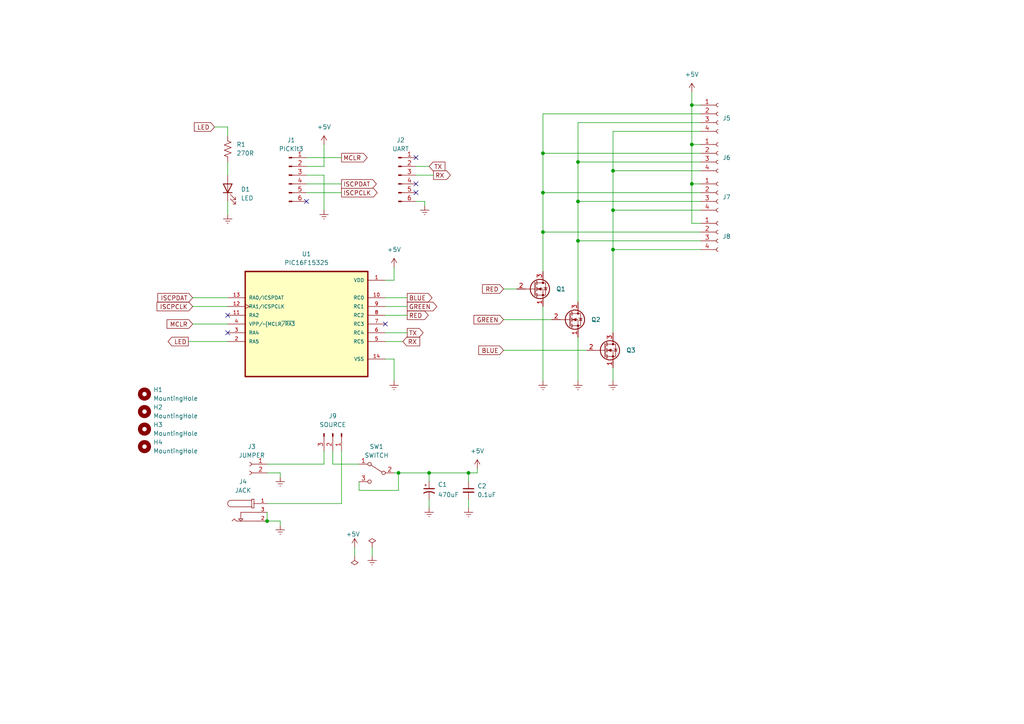
<source format=kicad_sch>
(kicad_sch (version 20211123) (generator eeschema)
  (paper "A4")
  (lib_symbols
    (symbol "Connector:Conn_01x02_Female" (pin_names (offset 1.016) hide)
      (property "Reference" "J" (at 0 2.54 0))
      (property "Value" "Conn_01x02_Female" (at 0 -5.08 0))
      (symbol "Conn_01x02_Female_1_1"
        (arc (start 0 -2.032) (mid -0.508 -2.54) (end 0 -3.048) (stroke (width 0.1524)))
        (polyline (pts (xy -1.27 -2.54) (xy -0.508 -2.54)) (stroke (width 0.1524)))
        (polyline (pts (xy -1.27 0) (xy -0.508 0)) (stroke (width 0.1524)))
        (arc (start 0 0.508) (mid -0.508 0) (end 0 -0.508) (stroke (width 0.1524)))
        (pin passive line (at -5.08 0 0) (length 3.81) (name "Pin_1") (number "1"))
        (pin passive line (at -5.08 -2.54 0) (length 3.81) (name "Pin_2") (number "2"))
      )
    )
    (symbol "Connector:Conn_01x03_Male" (pin_names (offset 1.016) hide)
      (property "Reference" "J" (at 0 5.08 0))
      (property "Value" "Conn_01x03_Male" (at 0 -5.08 0))
      (symbol "Conn_01x03_Male_1_1"
        (polyline (pts (xy 1.27 -2.54) (xy 0.8636 -2.54)) (stroke (width 0.1524)))
        (polyline (pts (xy 1.27 0) (xy 0.8636 0)) (stroke (width 0.1524)))
        (polyline (pts (xy 1.27 2.54) (xy 0.8636 2.54)) (stroke (width 0.1524)))
        (rectangle (start 0.8636 -2.413) (end 0 -2.667) (stroke (width 0.1524)) (fill (type outline)))
        (rectangle (start 0.8636 0.127) (end 0 -0.127) (stroke (width 0.1524)) (fill (type outline)))
        (rectangle (start 0.8636 2.667) (end 0 2.413) (stroke (width 0.1524)) (fill (type outline)))
        (pin passive line (at 5.08 2.54 180) (length 3.81) (name "Pin_1") (number "1"))
        (pin passive line (at 5.08 0 180) (length 3.81) (name "Pin_2") (number "2"))
        (pin passive line (at 5.08 -2.54 180) (length 3.81) (name "Pin_3") (number "3"))
      )
    )
    (symbol "Connector:Conn_01x04_Female" (pin_names (offset 1.016) hide)
      (property "Reference" "J" (at 0 5.08 0))
      (property "Value" "Conn_01x04_Female" (at 0 -7.62 0))
      (symbol "Conn_01x04_Female_1_1"
        (arc (start 0 -4.572) (mid -0.508 -5.08) (end 0 -5.588) (stroke (width 0.1524)))
        (arc (start 0 -2.032) (mid -0.508 -2.54) (end 0 -3.048) (stroke (width 0.1524)))
        (polyline (pts (xy -1.27 -5.08) (xy -0.508 -5.08)) (stroke (width 0.1524)))
        (polyline (pts (xy -1.27 -2.54) (xy -0.508 -2.54)) (stroke (width 0.1524)))
        (polyline (pts (xy -1.27 0) (xy -0.508 0)) (stroke (width 0.1524)))
        (polyline (pts (xy -1.27 2.54) (xy -0.508 2.54)) (stroke (width 0.1524)))
        (arc (start 0 0.508) (mid -0.508 0) (end 0 -0.508) (stroke (width 0.1524)))
        (arc (start 0 3.048) (mid -0.508 2.54) (end 0 2.032) (stroke (width 0.1524)))
        (pin passive line (at -5.08 2.54 0) (length 3.81) (name "Pin_1") (number "1"))
        (pin passive line (at -5.08 0 0) (length 3.81) (name "Pin_2") (number "2"))
        (pin passive line (at -5.08 -2.54 0) (length 3.81) (name "Pin_3") (number "3"))
        (pin passive line (at -5.08 -5.08 0) (length 3.81) (name "Pin_4") (number "4"))
      )
    )
    (symbol "Connector:Conn_01x06_Male" (pin_names (offset 1.016) hide)
      (property "Reference" "J" (at 0 7.62 0))
      (property "Value" "Conn_01x06_Male" (at 0 -10.16 0))
      (symbol "Conn_01x06_Male_1_1"
        (polyline (pts (xy 1.27 -7.62) (xy 0.8636 -7.62)) (stroke (width 0.1524)))
        (polyline (pts (xy 1.27 -5.08) (xy 0.8636 -5.08)) (stroke (width 0.1524)))
        (polyline (pts (xy 1.27 -2.54) (xy 0.8636 -2.54)) (stroke (width 0.1524)))
        (polyline (pts (xy 1.27 0) (xy 0.8636 0)) (stroke (width 0.1524)))
        (polyline (pts (xy 1.27 2.54) (xy 0.8636 2.54)) (stroke (width 0.1524)))
        (polyline (pts (xy 1.27 5.08) (xy 0.8636 5.08)) (stroke (width 0.1524)))
        (rectangle (start 0.8636 -7.493) (end 0 -7.747) (stroke (width 0.1524)) (fill (type outline)))
        (rectangle (start 0.8636 -4.953) (end 0 -5.207) (stroke (width 0.1524)) (fill (type outline)))
        (rectangle (start 0.8636 -2.413) (end 0 -2.667) (stroke (width 0.1524)) (fill (type outline)))
        (rectangle (start 0.8636 0.127) (end 0 -0.127) (stroke (width 0.1524)) (fill (type outline)))
        (rectangle (start 0.8636 2.667) (end 0 2.413) (stroke (width 0.1524)) (fill (type outline)))
        (rectangle (start 0.8636 5.207) (end 0 4.953) (stroke (width 0.1524)) (fill (type outline)))
        (pin passive line (at 5.08 5.08 180) (length 3.81) (name "Pin_1") (number "1"))
        (pin passive line (at 5.08 2.54 180) (length 3.81) (name "Pin_2") (number "2"))
        (pin passive line (at 5.08 0 180) (length 3.81) (name "Pin_3") (number "3"))
        (pin passive line (at 5.08 -2.54 180) (length 3.81) (name "Pin_4") (number "4"))
        (pin passive line (at 5.08 -5.08 180) (length 3.81) (name "Pin_5") (number "5"))
        (pin passive line (at 5.08 -7.62 180) (length 3.81) (name "Pin_6") (number "6"))
      )
    )
    (symbol "Device:C_Polarized_Small_US" (pin_numbers hide) (pin_names (offset 0.254) hide)
      (property "Reference" "C" (at 0.254 1.778 0))
      (property "Value" "C_Polarized_Small_US" (at 0.254 -2.032 0))
      (symbol "C_Polarized_Small_US_0_1"
        (polyline (pts (xy -1.524 0.508) (xy 1.524 0.508)) (stroke (width 0.3048)))
        (polyline (pts (xy -1.27 1.524) (xy -0.762 1.524)))
        (polyline (pts (xy -1.016 1.27) (xy -1.016 1.778)))
        (arc (start 1.524 -0.762) (mid 0 -0.3734) (end -1.524 -0.762) (stroke (width 0.3048)))
      )
      (symbol "C_Polarized_Small_US_1_1"
        (pin passive line (at 0 2.54 270) (length 2.032) (name "~") (number "1"))
        (pin passive line (at 0 -2.54 90) (length 2.032) (name "~") (number "2"))
      )
    )
    (symbol "Device:C_Small" (pin_numbers hide) (pin_names (offset 0.254) hide)
      (property "Reference" "C" (at 0.254 1.778 0))
      (property "Value" "C_Small" (at 0.254 -2.032 0))
      (symbol "C_Small_0_1"
        (polyline (pts (xy -1.524 -0.508) (xy 1.524 -0.508)) (stroke (width 0.3302)))
        (polyline (pts (xy -1.524 0.508) (xy 1.524 0.508)) (stroke (width 0.3048)))
      )
      (symbol "C_Small_1_1"
        (pin passive line (at 0 2.54 270) (length 2.032) (name "~") (number "1"))
        (pin passive line (at 0 -2.54 90) (length 2.032) (name "~") (number "2"))
      )
    )
    (symbol "Device:LED" (pin_numbers hide) (pin_names (offset 1.016) hide)
      (property "Reference" "D" (at 0 2.54 0))
      (property "Value" "LED" (at 0 -2.54 0))
      (symbol "LED_0_1"
        (polyline (pts (xy -1.27 -1.27) (xy -1.27 1.27)) (stroke (width 0.254)))
        (polyline (pts (xy -1.27 0) (xy 1.27 0)))
        (polyline (pts (xy 1.27 -1.27) (xy 1.27 1.27) (xy -1.27 0) (xy 1.27 -1.27)) (stroke (width 0.254)))
        (polyline (pts (xy -3.048 -0.762) (xy -4.572 -2.286) (xy -3.81 -2.286) (xy -4.572 -2.286) (xy -4.572 -1.524)))
        (polyline (pts (xy -1.778 -0.762) (xy -3.302 -2.286) (xy -2.54 -2.286) (xy -3.302 -2.286) (xy -3.302 -1.524)))
      )
      (symbol "LED_1_1"
        (pin passive line (at -3.81 0 0) (length 2.54) (name "K") (number "1"))
        (pin passive line (at 3.81 0 180) (length 2.54) (name "A") (number "2"))
      )
    )
    (symbol "Device:R_US" (pin_numbers hide) (pin_names (offset 0))
      (property "Reference" "R" (at 2.54 0 90))
      (property "Value" "R_US" (at -2.54 0 90))
      (symbol "R_US_0_1"
        (polyline (pts (xy 0 -2.286) (xy 0 -2.54)))
        (polyline (pts (xy 0 2.286) (xy 0 2.54)))
        (polyline (pts (xy 0 -0.762) (xy 1.016 -1.143) (xy 0 -1.524) (xy -1.016 -1.905) (xy 0 -2.286)))
        (polyline (pts (xy 0 0.762) (xy 1.016 0.381) (xy 0 0) (xy -1.016 -0.381) (xy 0 -0.762)))
        (polyline (pts (xy 0 2.286) (xy 1.016 1.905) (xy 0 1.524) (xy -1.016 1.143) (xy 0 0.762)))
      )
      (symbol "R_US_1_1"
        (pin passive line (at 0 3.81 270) (length 1.27) (name "~") (number "1"))
        (pin passive line (at 0 -3.81 90) (length 1.27) (name "~") (number "2"))
      )
    )
    (symbol "Mechanical:MountingHole" (pin_names (offset 1.016))
      (property "Reference" "H" (at 0 5.08 0))
      (property "Value" "MountingHole" (at 0 3.175 0))
      (symbol "MountingHole_0_1"
        (circle (center 0 0) (radius 1.27) (stroke (width 1.27)))
      )
    )
    (symbol "PIC16F15325:PIC16F15325" (pin_names (offset 1.016))
      (property "Reference" "U" (at -17.78 16.24 0))
      (property "Value" "PIC16F15325" (at -17.78 -19.24 0))
      (symbol "PIC16F15325_0_0"
        (rectangle (start -17.78 -15.24) (end 17.78 15.24) (stroke (width 0.41)) (fill (type background)))
        (pin power_in line (at 22.86 12.7 180) (length 5.08) (name "VDD") (number "1"))
        (pin bidirectional line (at 22.86 7.62 180) (length 5.08) (name "RC0") (number "10"))
        (pin bidirectional line (at -22.86 2.54 0) (length 5.08) (name "RA2") (number "11"))
        (pin bidirectional clock (at -22.86 5.08 0) (length 5.08) (name "RA1/ICSPCLK") (number "12"))
        (pin bidirectional line (at -22.86 7.62 0) (length 5.08) (name "RA0/ICSPDAT") (number "13"))
        (pin power_in line (at 22.86 -10.16 180) (length 5.08) (name "VSS") (number "14"))
        (pin bidirectional line (at -22.86 -5.08 0) (length 5.08) (name "RA5") (number "2"))
        (pin bidirectional line (at -22.86 -2.54 0) (length 5.08) (name "RA4") (number "3"))
        (pin bidirectional line (at -22.86 0 0) (length 5.08) (name "VPP/~{MCLR~{/RA3}") (number "4"))
        (pin bidirectional line (at 22.86 -5.08 180) (length 5.08) (name "RC5") (number "5"))
        (pin bidirectional line (at 22.86 -2.54 180) (length 5.08) (name "RC4") (number "6"))
        (pin bidirectional line (at 22.86 0 180) (length 5.08) (name "RC3") (number "7"))
        (pin bidirectional line (at 22.86 2.54 180) (length 5.08) (name "RC2") (number "8"))
        (pin bidirectional line (at 22.86 5.08 180) (length 5.08) (name "RC1") (number "9"))
      )
    )
    (symbol "Switch:SW_SPDT" (pin_names (offset 0) hide)
      (property "Reference" "SW" (at 0 4.318 0))
      (property "Value" "SW_SPDT" (at 0 -5.08 0))
      (symbol "SW_SPDT_0_0"
        (circle (center -2.032 0) (radius 0.508))
        (circle (center 2.032 -2.54) (radius 0.508))
      )
      (symbol "SW_SPDT_0_1"
        (polyline (pts (xy -1.524 0.254) (xy 1.651 2.286)))
        (circle (center 2.032 2.54) (radius 0.508))
      )
      (symbol "SW_SPDT_1_1"
        (pin passive line (at 5.08 2.54 180) (length 2.54) (name "A") (number "1"))
        (pin passive line (at -5.08 0 0) (length 2.54) (name "B") (number "2"))
        (pin passive line (at 5.08 -2.54 180) (length 2.54) (name "C") (number "3"))
      )
    )
    (symbol "Tensility_Barrel_Jack:Tensility_Barrel_Jack" (pin_names (offset 1.016))
      (property "Reference" "J" (at 0 2.54 0))
      (property "Value" "Tensility_Barrel_Jack" (at 0 -8.89 0))
      (symbol "Tensility_Barrel_Jack_0_0"
        (arc (start -3.81 0) (mid -3.531 -0.6735) (end -2.8575 -0.9525) (stroke (width 0.1524)))
        (arc (start -2.8575 0.9525) (mid -3.531 0.6735) (end -3.81 0) (stroke (width 0.1524)))
        (polyline (pts (xy -2.8575 0.9525) (xy 3.175 0.9525)) (stroke (width 0.1524)))
        (polyline (pts (xy -1.905 -4.445) (xy -2.54 -5.08)) (stroke (width 0.1524)))
        (polyline (pts (xy -1.27 -5.08) (xy -1.905 -4.445)) (stroke (width 0.1524)))
        (polyline (pts (xy -0.635 -4.445) (xy 0 -4.445)) (stroke (width 0.1524)))
        (polyline (pts (xy 0 -5.08) (xy -1.27 -5.08)) (stroke (width 0.1524)))
        (polyline (pts (xy 0 -5.08) (xy -0.635 -4.445)) (stroke (width 0.1524)))
        (polyline (pts (xy 0 -4.445) (xy 0.635 -4.445)) (stroke (width 0.1524)))
        (polyline (pts (xy 0 -2.54) (xy 0 -4.445)) (stroke (width 0.1524)))
        (polyline (pts (xy 0.635 -4.445) (xy 0 -5.08)) (stroke (width 0.1524)))
        (polyline (pts (xy 3.175 -1.27) (xy 3.175 -0.9525)) (stroke (width 0.1524)))
        (polyline (pts (xy 3.175 -0.9525) (xy -2.8575 -0.9525)) (stroke (width 0.1524)))
        (polyline (pts (xy 3.175 0.9525) (xy 3.175 -0.9525)) (stroke (width 0.1524)))
        (polyline (pts (xy 3.175 0.9525) (xy 3.175 1.27)) (stroke (width 0.1524)))
        (polyline (pts (xy 3.175 1.27) (xy 3.81 1.27)) (stroke (width 0.1524)))
        (polyline (pts (xy 3.81 -1.27) (xy 3.175 -1.27)) (stroke (width 0.1524)))
        (polyline (pts (xy 3.81 0) (xy 3.81 -1.27)) (stroke (width 0.1524)))
        (polyline (pts (xy 3.81 1.27) (xy 3.81 0)) (stroke (width 0.1524)))
        (polyline (pts (xy 5.08 -5.08) (xy 0 -5.08)) (stroke (width 0.1524)))
        (polyline (pts (xy 5.08 -2.54) (xy 0 -2.54)) (stroke (width 0.1524)))
        (polyline (pts (xy 5.08 0) (xy 3.81 0)) (stroke (width 0.1524)))
        (pin passive line (at 7.62 0 180) (length 2.54) (name "~") (number "1"))
        (pin passive line (at 7.62 -5.08 180) (length 2.54) (name "~") (number "2"))
        (pin passive line (at 7.62 -2.54 180) (length 2.54) (name "~") (number "3"))
      )
    )
    (symbol "Transistor_FET:2N7000" (pin_names hide)
      (property "Reference" "Q" (at 5.08 1.905 0))
      (property "Value" "2N7000" (at 5.08 0 0))
      (symbol "2N7000_0_1"
        (polyline (pts (xy 0.254 0) (xy -2.54 0)))
        (polyline (pts (xy 0.254 1.905) (xy 0.254 -1.905)) (stroke (width 0.254)))
        (polyline (pts (xy 0.762 -1.27) (xy 0.762 -2.286)) (stroke (width 0.254)))
        (polyline (pts (xy 0.762 0.508) (xy 0.762 -0.508)) (stroke (width 0.254)))
        (polyline (pts (xy 0.762 2.286) (xy 0.762 1.27)) (stroke (width 0.254)))
        (polyline (pts (xy 2.54 2.54) (xy 2.54 1.778)))
        (polyline (pts (xy 2.54 -2.54) (xy 2.54 0) (xy 0.762 0)))
        (polyline (pts (xy 0.762 -1.778) (xy 3.302 -1.778) (xy 3.302 1.778) (xy 0.762 1.778)))
        (polyline (pts (xy 1.016 0) (xy 2.032 0.381) (xy 2.032 -0.381) (xy 1.016 0)) (fill (type outline)))
        (polyline (pts (xy 2.794 0.508) (xy 2.921 0.381) (xy 3.683 0.381) (xy 3.81 0.254)))
        (polyline (pts (xy 3.302 0.381) (xy 2.921 -0.254) (xy 3.683 -0.254) (xy 3.302 0.381)))
        (circle (center 1.651 0) (radius 2.794) (stroke (width 0.254)))
        (circle (center 2.54 -1.778) (radius 0.254) (fill (type outline)))
        (circle (center 2.54 1.778) (radius 0.254) (fill (type outline)))
      )
      (symbol "2N7000_1_1"
        (pin passive line (at 2.54 -5.08 90) (length 2.54) (name "S") (number "1"))
        (pin input line (at -5.08 0 0) (length 2.54) (name "G") (number "2"))
        (pin passive line (at 2.54 5.08 270) (length 2.54) (name "D") (number "3"))
      )
    )
    (symbol "power:+5V" (power) (pin_names (offset 0))
      (property "Value" "+5V" (at 0 3.556 0))
      (symbol "+5V_0_1"
        (polyline (pts (xy -0.762 1.27) (xy 0 2.54)))
        (polyline (pts (xy 0 0) (xy 0 2.54)))
        (polyline (pts (xy 0 2.54) (xy 0.762 1.27)))
      )
      (symbol "+5V_1_1"
        (pin power_in line (at 0 0 90) (length 0) hide (name "+5V") (number "1"))
      )
    )
    (symbol "power:GNDREF" (power) (pin_names (offset 0))
      (property "Value" "GNDREF" (at 0 -3.81 0))
      (symbol "GNDREF_0_1"
        (polyline (pts (xy -0.635 -1.905) (xy 0.635 -1.905)))
        (polyline (pts (xy -0.127 -2.54) (xy 0.127 -2.54)))
        (polyline (pts (xy 0 -1.27) (xy 0 0)))
        (polyline (pts (xy 1.27 -1.27) (xy -1.27 -1.27)))
      )
      (symbol "GNDREF_1_1"
        (pin power_in line (at 0 0 270) (length 0) hide (name "GNDREF") (number "1"))
      )
    )
    (symbol "power:PWR_FLAG" (power) (pin_numbers hide) (pin_names (offset 0) hide)
      (property "Value" "PWR_FLAG" (at 0 3.81 0))
      (symbol "PWR_FLAG_0_0"
        (pin power_out line (at 0 0 90) (length 0) (name "pwr") (number "1"))
      )
      (symbol "PWR_FLAG_0_1"
        (polyline (pts (xy 0 0) (xy 0 1.27) (xy -1.016 1.905) (xy 0 2.54) (xy 1.016 1.905) (xy 0 1.27)))
      )
    )
  )
  (junction (at 124.46 137.16))
  (junction (at 200.66 53.34))
  (junction (at 167.64 58.42))
  (junction (at 167.64 46.99))
  (junction (at 157.48 55.88))
  (junction (at 115.57 137.16))
  (junction (at 157.48 44.45))
  (junction (at 135.89 137.16))
  (junction (at 177.8 60.96))
  (junction (at 200.66 30.48))
  (junction (at 157.48 67.31))
  (junction (at 177.8 72.39))
  (junction (at 200.66 41.91))
  (junction (at 167.64 69.85))
  (junction (at 77.47 151.13))
  (junction (at 177.8 49.53))
  (no_connect (at 66.04 96.52))
  (no_connect (at 120.65 53.34))
  (no_connect (at 66.04 91.44))
  (no_connect (at 111.76 93.98))
  (no_connect (at 88.9 58.42))
  (no_connect (at 120.65 55.88))
  (no_connect (at 120.65 45.72))
  (wire (pts (xy 146.05 92.71) (xy 160.02 92.71)))
  (wire (pts (xy 203.2 38.1) (xy 177.8 38.1)))
  (wire (pts (xy 138.43 135.89) (xy 138.43 137.16)))
  (wire (pts (xy 203.2 33.02) (xy 157.48 33.02)))
  (wire (pts (xy 111.76 86.36) (xy 118.11 86.36)))
  (wire (pts (xy 157.48 55.88) (xy 157.48 67.31)))
  (wire (pts (xy 203.2 41.91) (xy 200.66 41.91)))
  (wire (pts (xy 167.64 35.56) (xy 167.64 46.99)))
  (wire (pts (xy 111.76 88.9) (xy 118.11 88.9)))
  (wire (pts (xy 157.48 44.45) (xy 203.2 44.45)))
  (wire (pts (xy 111.76 91.44) (xy 118.11 91.44)))
  (wire (pts (xy 114.3 81.28) (xy 111.76 81.28)))
  (wire (pts (xy 135.89 144.78) (xy 135.89 147.32)))
  (wire (pts (xy 146.05 83.82) (xy 149.86 83.82)))
  (wire (pts (xy 88.9 50.8) (xy 93.98 50.8)))
  (wire (pts (xy 135.89 137.16) (xy 124.46 137.16)))
  (wire (pts (xy 77.47 148.59) (xy 77.47 151.13)))
  (wire (pts (xy 96.52 130.81) (xy 96.52 134.62)))
  (wire (pts (xy 66.04 36.83) (xy 66.04 39.37)))
  (wire (pts (xy 81.28 151.13) (xy 81.28 152.4)))
  (wire (pts (xy 203.2 35.56) (xy 167.64 35.56)))
  (wire (pts (xy 96.52 134.62) (xy 104.14 134.62)))
  (wire (pts (xy 167.64 46.99) (xy 167.64 58.42)))
  (wire (pts (xy 81.28 137.16) (xy 81.28 138.43)))
  (wire (pts (xy 157.48 88.9) (xy 157.48 110.49)))
  (wire (pts (xy 124.46 144.78) (xy 124.46 147.32)))
  (wire (pts (xy 177.8 60.96) (xy 203.2 60.96)))
  (wire (pts (xy 120.65 48.26) (xy 124.46 48.26)))
  (wire (pts (xy 88.9 48.26) (xy 93.98 48.26)))
  (wire (pts (xy 177.8 72.39) (xy 177.8 96.52)))
  (wire (pts (xy 203.2 30.48) (xy 200.66 30.48)))
  (wire (pts (xy 115.57 142.24) (xy 115.57 137.16)))
  (wire (pts (xy 120.65 50.8) (xy 125.73 50.8)))
  (wire (pts (xy 177.8 72.39) (xy 203.2 72.39)))
  (wire (pts (xy 107.95 161.29) (xy 107.95 158.75)))
  (wire (pts (xy 99.06 146.05) (xy 99.06 130.81)))
  (wire (pts (xy 157.48 33.02) (xy 157.48 44.45)))
  (wire (pts (xy 177.8 106.68) (xy 177.8 110.49)))
  (wire (pts (xy 55.88 86.36) (xy 66.04 86.36)))
  (wire (pts (xy 200.66 53.34) (xy 200.66 41.91)))
  (wire (pts (xy 146.05 101.6) (xy 170.18 101.6)))
  (wire (pts (xy 77.47 134.62) (xy 93.98 134.62)))
  (wire (pts (xy 200.66 30.48) (xy 200.66 26.67)))
  (wire (pts (xy 124.46 137.16) (xy 124.46 139.7)))
  (wire (pts (xy 77.47 151.13) (xy 81.28 151.13)))
  (wire (pts (xy 104.14 139.7) (xy 104.14 142.24)))
  (wire (pts (xy 157.48 44.45) (xy 157.48 55.88)))
  (wire (pts (xy 115.57 137.16) (xy 124.46 137.16)))
  (wire (pts (xy 77.47 137.16) (xy 81.28 137.16)))
  (wire (pts (xy 111.76 96.52) (xy 118.11 96.52)))
  (wire (pts (xy 167.64 46.99) (xy 203.2 46.99)))
  (wire (pts (xy 203.2 64.77) (xy 200.66 64.77)))
  (wire (pts (xy 66.04 46.99) (xy 66.04 50.8)))
  (wire (pts (xy 157.48 55.88) (xy 203.2 55.88)))
  (wire (pts (xy 102.87 158.75) (xy 102.87 161.29)))
  (wire (pts (xy 203.2 53.34) (xy 200.66 53.34)))
  (wire (pts (xy 88.9 55.88) (xy 99.06 55.88)))
  (wire (pts (xy 167.64 58.42) (xy 203.2 58.42)))
  (wire (pts (xy 167.64 58.42) (xy 167.64 69.85)))
  (wire (pts (xy 120.65 58.42) (xy 123.19 58.42)))
  (wire (pts (xy 88.9 53.34) (xy 99.06 53.34)))
  (wire (pts (xy 114.3 137.16) (xy 115.57 137.16)))
  (wire (pts (xy 104.14 142.24) (xy 115.57 142.24)))
  (wire (pts (xy 135.89 137.16) (xy 135.89 139.7)))
  (wire (pts (xy 66.04 58.42) (xy 66.04 62.23)))
  (wire (pts (xy 114.3 104.14) (xy 114.3 110.49)))
  (wire (pts (xy 167.64 69.85) (xy 167.64 87.63)))
  (wire (pts (xy 93.98 134.62) (xy 93.98 130.81)))
  (wire (pts (xy 77.47 146.05) (xy 99.06 146.05)))
  (wire (pts (xy 111.76 104.14) (xy 114.3 104.14)))
  (wire (pts (xy 111.76 99.06) (xy 116.84 99.06)))
  (wire (pts (xy 157.48 67.31) (xy 203.2 67.31)))
  (wire (pts (xy 177.8 60.96) (xy 177.8 72.39)))
  (wire (pts (xy 177.8 38.1) (xy 177.8 49.53)))
  (wire (pts (xy 167.64 69.85) (xy 203.2 69.85)))
  (wire (pts (xy 93.98 50.8) (xy 93.98 60.96)))
  (wire (pts (xy 200.66 64.77) (xy 200.66 53.34)))
  (wire (pts (xy 62.23 36.83) (xy 66.04 36.83)))
  (wire (pts (xy 54.61 99.06) (xy 66.04 99.06)))
  (wire (pts (xy 157.48 67.31) (xy 157.48 78.74)))
  (wire (pts (xy 177.8 49.53) (xy 177.8 60.96)))
  (wire (pts (xy 114.3 77.47) (xy 114.3 81.28)))
  (wire (pts (xy 123.19 58.42) (xy 123.19 59.69)))
  (wire (pts (xy 88.9 45.72) (xy 99.06 45.72)))
  (wire (pts (xy 55.88 93.98) (xy 66.04 93.98)))
  (wire (pts (xy 177.8 49.53) (xy 203.2 49.53)))
  (wire (pts (xy 55.88 88.9) (xy 66.04 88.9)))
  (wire (pts (xy 93.98 48.26) (xy 93.98 41.91)))
  (wire (pts (xy 138.43 137.16) (xy 135.89 137.16)))
  (wire (pts (xy 200.66 41.91) (xy 200.66 30.48)))
  (wire (pts (xy 167.64 97.79) (xy 167.64 110.49)))
  (global_label "LED" (shape input) (at 62.23 36.83 180) (property "Intersheet References" "${INTERSHEET_REFS}" (effects hide)))
  (global_label "ISCPCLK" (shape input) (at 55.88 88.9 180) (property "Intersheet References" "${INTERSHEET_REFS}" (effects hide)))
  (global_label "GREEN" (shape input) (at 146.05 92.71 180) (property "Intersheet References" "${INTERSHEET_REFS}" (effects hide)))
  (global_label "TX" (shape input) (at 124.46 48.26 0) (property "Intersheet References" "${INTERSHEET_REFS}" (effects hide)))
  (global_label "BLUE" (shape output) (at 118.11 86.36 0) (property "Intersheet References" "${INTERSHEET_REFS}" (effects hide)))
  (global_label "RX" (shape input) (at 116.84 99.06 0) (property "Intersheet References" "${INTERSHEET_REFS}" (effects hide)))
  (global_label "MCLR" (shape output) (at 99.06 45.72 0) (property "Intersheet References" "${INTERSHEET_REFS}" (effects hide)))
  (global_label "LED" (shape output) (at 54.61 99.06 180) (property "Intersheet References" "${INTERSHEET_REFS}" (effects hide)))
  (global_label "MCLR" (shape input) (at 55.88 93.98 180) (property "Intersheet References" "${INTERSHEET_REFS}" (effects hide)))
  (global_label "RX" (shape output) (at 125.73 50.8 0) (property "Intersheet References" "${INTERSHEET_REFS}" (effects hide)))
  (global_label "BLUE" (shape input) (at 146.05 101.6 180) (property "Intersheet References" "${INTERSHEET_REFS}" (effects hide)))
  (global_label "RED" (shape output) (at 118.11 91.44 0) (property "Intersheet References" "${INTERSHEET_REFS}" (effects hide)))
  (global_label "ISCPCLK" (shape output) (at 99.06 55.88 0) (property "Intersheet References" "${INTERSHEET_REFS}" (effects hide)))
  (global_label "ISCPDAT" (shape output) (at 99.06 53.34 0) (property "Intersheet References" "${INTERSHEET_REFS}" (effects hide)))
  (global_label "ISCPDAT" (shape input) (at 55.88 86.36 180) (property "Intersheet References" "${INTERSHEET_REFS}" (effects hide)))
  (global_label "TX" (shape output) (at 118.11 96.52 0) (property "Intersheet References" "${INTERSHEET_REFS}" (effects hide)))
  (global_label "RED" (shape input) (at 146.05 83.82 180) (property "Intersheet References" "${INTERSHEET_REFS}" (effects hide)))
  (global_label "GREEN" (shape output) (at 118.11 88.9 0) (property "Intersheet References" "${INTERSHEET_REFS}" (effects hide)))
  (symbol (lib_id "Mechanical:MountingHole") (at 41.91 124.46 0) (unit 1)
    (property "Reference" "H3" (at 44.45 123.1899 0) (effects (justify left)))
    (property "Value" "MountingHole" (at 44.45 125.7299 0) (effects (justify left)))
    (property "Footprint" "MountingHole:MountingHole_2.1mm" (effects hide))
  )
  (symbol (lib_id "Mechanical:MountingHole") (at 41.91 114.3 0) (unit 1)
    (property "Reference" "H1" (at 44.45 113.0299 0) (effects (justify left)))
    (property "Value" "MountingHole" (at 44.45 115.5699 0) (effects (justify left)))
    (property "Footprint" "MountingHole:MountingHole_2.1mm" (effects hide))
  )
  (symbol (lib_id "power:+5V") (at 102.87 158.75 0) (mirror y) (unit 1)
    (property "Reference" "#PWR0103" (effects hide))
    (property "Value" "+5V" (at 100.33 154.94 0) (effects (justify right)))
  )
  (symbol (lib_id "Tensility_Barrel_Jack:Tensility_Barrel_Jack") (at 69.85 146.05 0) (unit 1)
    (property "Reference" "J4" (at 70.485 139.7 0))
    (property "Value" "JACK" (at 70.485 142.24 0))
    (property "Footprint" "Tensility_Barrel_Jack:Tensility_Barrel_Jack" (effects hide))
    (property "PARTREV" "A" (effects hide))
    (property "MANUFACTURER" "Tensility" (effects hide))
    (property "MAXIMUM_PACKAGE_HEIGHT" "11.3mm" (effects hide))
    (property "STANDARD" "Manufacturer Recommendations" (effects hide))
  )
  (symbol (lib_id "power:PWR_FLAG") (at 107.95 158.75 0) (unit 1)
    (property "Reference" "#FLG0101" (effects hide))
    (property "Value" "PWR_FLAG" (effects hide))
  )
  (symbol (lib_id "Device:R_US") (at 66.04 43.18 0) (unit 1)
    (property "Reference" "R1" (at 68.58 41.9099 0) (effects (justify left)))
    (property "Value" "270R" (at 68.58 44.4499 0) (effects (justify left)))
    (property "Footprint" "Resistor_THT:R_Axial_DIN0207_L6.3mm_D2.5mm_P7.62mm_Horizontal" (effects hide))
  )
  (symbol (lib_id "Mechanical:MountingHole") (at 41.91 129.54 0) (unit 1)
    (property "Reference" "H4" (at 44.45 128.2699 0) (effects (justify left)))
    (property "Value" "MountingHole" (at 44.45 130.8099 0) (effects (justify left)))
    (property "Footprint" "MountingHole:MountingHole_2.1mm" (effects hide))
  )
  (symbol (lib_id "Transistor_FET:2N7000") (at 154.94 83.82 0) (unit 1)
    (property "Reference" "Q1" (at 161.29 83.8199 0) (effects (justify left)))
    (property "Value" "2N7000" (effects hide))
    (property "Footprint" "Package_TO_SOT_THT:TO-220-3_Vertical" (effects hide))
    (property "Datasheet" "https://www.onsemi.com/pub/Collateral/NDS7002A-D.PDF" (effects hide))
  )
  (symbol (lib_id "Transistor_FET:2N7000") (at 165.1 92.71 0) (unit 1)
    (property "Reference" "Q2" (at 171.45 92.7099 0) (effects (justify left)))
    (property "Value" "2N7000" (effects hide))
    (property "Footprint" "Package_TO_SOT_THT:TO-220-3_Vertical" (effects hide))
    (property "Datasheet" "https://www.onsemi.com/pub/Collateral/NDS7002A-D.PDF" (effects hide))
  )
  (symbol (lib_id "power:GNDREF") (at 177.8 110.49 0) (unit 1)
    (property "Reference" "#PWR013" (effects hide))
    (property "Value" "GNDREF" (effects hide))
  )
  (symbol (lib_id "Connector:Conn_01x04_Female") (at 208.28 55.88 0) (unit 1)
    (property "Reference" "J7" (at 209.55 57.1499 0) (effects (justify left)))
    (property "Value" "RGB" (effects hide))
    (property "Footprint" "Connector_PinSocket_2.54mm:PinSocket_1x04_P2.54mm_Vertical" (effects hide))
  )
  (symbol (lib_id "power:GNDREF") (at 123.19 59.69 0) (unit 1)
    (property "Reference" "#PWR08" (effects hide))
    (property "Value" "GNDREF" (effects hide))
  )
  (symbol (lib_id "power:GNDREF") (at 114.3 110.49 0) (unit 1)
    (property "Reference" "#PWR07" (effects hide))
    (property "Value" "GNDREF" (effects hide))
  )
  (symbol (lib_id "power:GNDREF") (at 81.28 138.43 0) (mirror y) (unit 1)
    (property "Reference" "#PWR010" (effects hide))
    (property "Value" "GNDREF" (effects hide))
  )
  (symbol (lib_id "power:+5V") (at 93.98 41.91 0) (unit 1)
    (property "Reference" "#PWR04" (effects hide))
    (property "Value" "+5V" (at 93.98 36.83 0))
  )
  (symbol (lib_id "power:GNDREF") (at 107.95 161.29 0) (mirror y) (unit 1)
    (property "Reference" "#PWR0102" (effects hide))
    (property "Value" "GNDREF" (effects hide))
  )
  (symbol (lib_id "Device:C_Polarized_Small_US") (at 124.46 142.24 0) (unit 1)
    (property "Reference" "C1" (at 127 140.5381 0) (effects (justify left)))
    (property "Value" "470uF" (at 127 143.51 0) (effects (justify left)))
    (property "Footprint" "Capacitor_THT:CP_Radial_D8.0mm_P3.50mm" (effects hide))
  )
  (symbol (lib_id "power:GNDREF") (at 93.98 60.96 0) (unit 1)
    (property "Reference" "#PWR05" (effects hide))
    (property "Value" "GNDREF" (effects hide))
  )
  (symbol (lib_id "Device:C_Small") (at 135.89 142.24 0) (unit 1)
    (property "Reference" "C2" (at 138.43 140.9762 0) (effects (justify left)))
    (property "Value" "0.1uF" (at 138.43 143.5162 0) (effects (justify left)))
    (property "Footprint" "Capacitor_THT:C_Disc_D4.3mm_W1.9mm_P5.00mm" (effects hide))
  )
  (symbol (lib_id "Connector:Conn_01x02_Female") (at 72.39 134.62 0) (mirror y) (unit 1)
    (property "Reference" "J3" (at 73.025 129.54 0))
    (property "Value" "JUMPER" (at 73.025 132.08 0))
    (property "Footprint" "Connector_PinSocket_2.54mm:PinSocket_1x02_P2.54mm_Vertical" (effects hide))
  )
  (symbol (lib_id "PIC16F15325:PIC16F15325") (at 88.9 93.98 0) (unit 1)
    (property "Reference" "U1" (at 88.9 73.66 0))
    (property "Value" "PIC16F15325" (at 88.9 76.2 0))
    (property "Footprint" "Package_DIP:DIP-14_W7.62mm_Socket_LongPads" (effects hide))
    (property "STANDARD" "IPC7351B" (effects hide))
    (property "DESCRIPTION" "14 SOIC .150in TUBE , 3.5KB, 256B RAM, 4xPWMs, Comparator, DAC, ADC, 4xCLC, CWG, EUSART, SPI/I2C" (effects hide))
    (property "PRICE" "None" (effects hide))
    (property "MANUFACTURER" "Microchip" (effects hide))
    (property "PACKAGE" "SO-14 Microchip" (effects hide))
    (property "MP" "PIC16F15323-I/SL" (effects hide))
  )
  (symbol (lib_id "Transistor_FET:2N7000") (at 175.26 101.6 0) (unit 1)
    (property "Reference" "Q3" (at 181.61 101.5999 0) (effects (justify left)))
    (property "Value" "2N7000" (effects hide))
    (property "Footprint" "Package_TO_SOT_THT:TO-220-3_Vertical" (effects hide))
    (property "Datasheet" "https://www.onsemi.com/pub/Collateral/NDS7002A-D.PDF" (effects hide))
  )
  (symbol (lib_id "power:GNDREF") (at 135.89 147.32 0) (mirror y) (unit 1)
    (property "Reference" "#PWR03" (effects hide))
    (property "Value" "GNDREF" (effects hide))
  )
  (symbol (lib_id "power:GNDREF") (at 81.28 152.4 0) (mirror y) (unit 1)
    (property "Reference" "#PWR016" (effects hide))
    (property "Value" "GNDREF" (effects hide))
  )
  (symbol (lib_id "Connector:Conn_01x04_Female") (at 208.28 67.31 0) (unit 1)
    (property "Reference" "J8" (at 209.55 68.5799 0) (effects (justify left)))
    (property "Value" "RGB" (effects hide))
    (property "Footprint" "Connector_PinSocket_2.54mm:PinSocket_1x04_P2.54mm_Vertical" (effects hide))
  )
  (symbol (lib_id "Connector:Conn_01x06_Male") (at 115.57 50.8 0) (unit 1)
    (property "Reference" "J2" (at 116.205 40.64 0))
    (property "Value" "UART" (at 116.205 43.18 0))
    (property "Footprint" "Connector_PinHeader_2.54mm:PinHeader_1x06_P2.54mm_Vertical" (effects hide))
  )
  (symbol (lib_id "Switch:SW_SPDT") (at 109.22 137.16 0) (mirror y) (unit 1)
    (property "Reference" "SW1" (at 109.22 129.54 0))
    (property "Value" "SWITCH" (at 109.22 132.08 0))
    (property "Footprint" "CK_Switch:CK_Switch" (effects hide))
  )
  (symbol (lib_id "power:+5V") (at 114.3 77.47 0) (unit 1)
    (property "Reference" "#PWR06" (effects hide))
    (property "Value" "+5V" (at 114.3 72.39 0))
  )
  (symbol (lib_id "power:GNDREF") (at 167.64 110.49 0) (unit 1)
    (property "Reference" "#PWR012" (effects hide))
    (property "Value" "GNDREF" (effects hide))
  )
  (symbol (lib_id "power:+5V") (at 138.43 135.89 0) (mirror y) (unit 1)
    (property "Reference" "#PWR09" (effects hide))
    (property "Value" "+5V" (at 138.43 130.81 0))
  )
  (symbol (lib_id "Connector:Conn_01x06_Male") (at 83.82 50.8 0) (unit 1)
    (property "Reference" "J1" (at 84.455 40.64 0))
    (property "Value" "PICKit3" (at 84.455 43.18 0))
    (property "Footprint" "Connector_PinHeader_2.54mm:PinHeader_1x06_P2.54mm_Vertical" (effects hide))
  )
  (symbol (lib_id "power:GNDREF") (at 124.46 147.32 0) (mirror y) (unit 1)
    (property "Reference" "#PWR02" (effects hide))
    (property "Value" "GNDREF" (effects hide))
  )
  (symbol (lib_id "Connector:Conn_01x04_Female") (at 208.28 44.45 0) (unit 1)
    (property "Reference" "J6" (at 209.55 45.7199 0) (effects (justify left)))
    (property "Value" "RGB" (effects hide))
    (property "Footprint" "Connector_PinSocket_2.54mm:PinSocket_1x04_P2.54mm_Vertical" (effects hide))
  )
  (symbol (lib_id "power:PWR_FLAG") (at 102.87 161.29 180) (unit 1)
    (property "Reference" "#FLG0102" (effects hide))
    (property "Value" "PWR_FLAG" (effects hide))
  )
  (symbol (lib_id "Connector:Conn_01x03_Male") (at 96.52 125.73 270) (unit 1)
    (property "Reference" "J9" (at 96.52 120.65 90))
    (property "Value" "SOURCE" (at 96.52 123.19 90))
    (property "Footprint" "Connector_PinHeader_2.54mm:PinHeader_1x03_P2.54mm_Vertical" (effects hide))
  )
  (symbol (lib_id "Connector:Conn_01x04_Female") (at 208.28 33.02 0) (unit 1)
    (property "Reference" "J5" (at 209.55 34.2899 0) (effects (justify left)))
    (property "Value" "RGB" (effects hide))
    (property "Footprint" "Connector_PinSocket_2.54mm:PinSocket_1x04_P2.54mm_Vertical" (effects hide))
  )
  (symbol (lib_id "Mechanical:MountingHole") (at 41.91 119.38 0) (unit 1)
    (property "Reference" "H2" (at 44.45 118.1099 0) (effects (justify left)))
    (property "Value" "MountingHole" (at 44.45 120.6499 0) (effects (justify left)))
    (property "Footprint" "MountingHole:MountingHole_2.1mm" (effects hide))
  )
  (symbol (lib_id "power:+5V") (at 200.66 26.67 0) (unit 1)
    (property "Reference" "#PWR014" (effects hide))
    (property "Value" "+5V" (at 200.66 21.59 0))
  )
  (symbol (lib_id "power:GNDREF") (at 66.04 62.23 0) (unit 1)
    (property "Reference" "#PWR01" (effects hide))
    (property "Value" "GNDREF" (effects hide))
  )
  (symbol (lib_id "Device:LED") (at 66.04 54.61 90) (unit 1)
    (property "Reference" "D1" (at 69.85 54.9274 90) (effects (justify right)))
    (property "Value" "LED" (at 69.85 57.4674 90) (effects (justify right)))
    (property "Footprint" "LED_THT:LED_D5.0mm" (effects hide))
  )
  (symbol (lib_id "power:GNDREF") (at 157.48 110.49 0) (unit 1)
    (property "Reference" "#PWR011" (effects hide))
    (property "Value" "GNDREF" (effects hide))
  )
)
</source>
